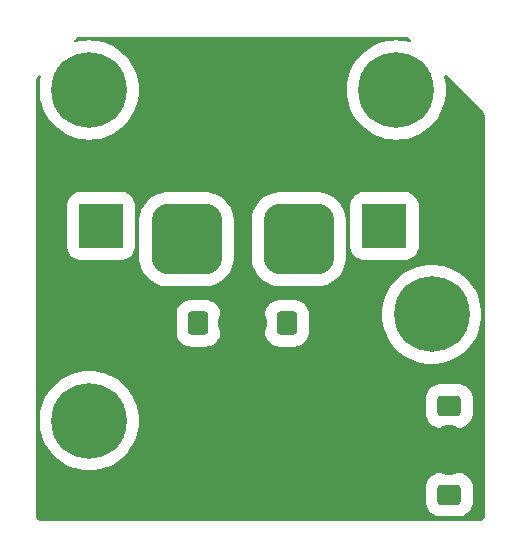
<source format=gbr>
%TF.GenerationSoftware,KiCad,Pcbnew,8.0.3*%
%TF.CreationDate,2024-06-17T19:23:31+08:00*%
%TF.ProjectId,power,706f7765-722e-46b6-9963-61645f706362,1.1.0*%
%TF.SameCoordinates,Original*%
%TF.FileFunction,Copper,L2,Bot*%
%TF.FilePolarity,Positive*%
%FSLAX46Y46*%
G04 Gerber Fmt 4.6, Leading zero omitted, Abs format (unit mm)*
G04 Created by KiCad (PCBNEW 8.0.3) date 2024-06-17 19:23:31*
%MOMM*%
%LPD*%
G01*
G04 APERTURE LIST*
G04 Aperture macros list*
%AMRoundRect*
0 Rectangle with rounded corners*
0 $1 Rounding radius*
0 $2 $3 $4 $5 $6 $7 $8 $9 X,Y pos of 4 corners*
0 Add a 4 corners polygon primitive as box body*
4,1,4,$2,$3,$4,$5,$6,$7,$8,$9,$2,$3,0*
0 Add four circle primitives for the rounded corners*
1,1,$1+$1,$2,$3*
1,1,$1+$1,$4,$5*
1,1,$1+$1,$6,$7*
1,1,$1+$1,$8,$9*
0 Add four rect primitives between the rounded corners*
20,1,$1+$1,$2,$3,$4,$5,0*
20,1,$1+$1,$4,$5,$6,$7,0*
20,1,$1+$1,$6,$7,$8,$9,0*
20,1,$1+$1,$8,$9,$2,$3,0*%
G04 Aperture macros list end*
%TA.AperFunction,ComponentPad*%
%ADD10C,0.800000*%
%TD*%
%TA.AperFunction,ComponentPad*%
%ADD11C,6.400000*%
%TD*%
%TA.AperFunction,ComponentPad*%
%ADD12RoundRect,1.500000X1.500000X-1.500000X1.500000X1.500000X-1.500000X1.500000X-1.500000X-1.500000X0*%
%TD*%
%TA.AperFunction,ComponentPad*%
%ADD13C,6.000000*%
%TD*%
%TA.AperFunction,ComponentPad*%
%ADD14RoundRect,0.250000X-0.725000X0.600000X-0.725000X-0.600000X0.725000X-0.600000X0.725000X0.600000X0*%
%TD*%
%TA.AperFunction,ComponentPad*%
%ADD15O,1.950000X1.700000*%
%TD*%
%TA.AperFunction,ComponentPad*%
%ADD16RoundRect,0.250000X1.650000X-1.650000X1.650000X1.650000X-1.650000X1.650000X-1.650000X-1.650000X0*%
%TD*%
%TA.AperFunction,ComponentPad*%
%ADD17C,4.000000*%
%TD*%
%TA.AperFunction,ComponentPad*%
%ADD18RoundRect,0.250000X0.600000X0.725000X-0.600000X0.725000X-0.600000X-0.725000X0.600000X-0.725000X0*%
%TD*%
%TA.AperFunction,ComponentPad*%
%ADD19O,1.700000X1.950000*%
%TD*%
G04 APERTURE END LIST*
D10*
%TO.P,H1,1*%
%TO.N,N/C*%
X86400000Y-139000000D03*
X85697056Y-140697056D03*
X85697056Y-137302944D03*
X84000000Y-141400000D03*
D11*
X84000000Y-139000000D03*
D10*
X84000000Y-136600000D03*
X82302944Y-140697056D03*
X82302944Y-137302944D03*
X81600000Y-139000000D03*
%TD*%
%TO.P,H3,1*%
%TO.N,N/C*%
X81600000Y-167000000D03*
X82302944Y-165302944D03*
X82302944Y-168697056D03*
X84000000Y-164600000D03*
D11*
X84000000Y-167000000D03*
D10*
X84000000Y-169400000D03*
X85697056Y-165302944D03*
X85697056Y-168697056D03*
X86400000Y-167000000D03*
%TD*%
D12*
%TO.P,J2,1,Pin_1*%
%TO.N,GND*%
X101745495Y-151633839D03*
D13*
%TO.P,J2,2,Pin_2*%
%TO.N,+12V*%
X101745495Y-144433839D03*
%TD*%
D10*
%TO.P,H4,1*%
%TO.N,N/C*%
X110600000Y-158000000D03*
X111302944Y-156302944D03*
X111302944Y-159697056D03*
X113000000Y-155600000D03*
D11*
X113000000Y-158000000D03*
D10*
X113000000Y-160400000D03*
X114697056Y-156302944D03*
X114697056Y-159697056D03*
X115400000Y-158000000D03*
%TD*%
%TO.P,H2,1*%
%TO.N,N/C*%
X107600000Y-139000000D03*
X108302944Y-137302944D03*
X108302944Y-140697056D03*
X110000000Y-136600000D03*
D11*
X110000000Y-139000000D03*
D10*
X110000000Y-141400000D03*
X111697056Y-137302944D03*
X111697056Y-140697056D03*
X112400000Y-139000000D03*
%TD*%
D12*
%TO.P,J1,1,Pin_1*%
%TO.N,GND*%
X92245495Y-151633839D03*
D13*
%TO.P,J1,2,Pin_2*%
%TO.N,+12V*%
X92245495Y-144433839D03*
%TD*%
D14*
%TO.P,J5,1,Pin_1*%
%TO.N,GND*%
X114500000Y-165750000D03*
D15*
%TO.P,J5,2,Pin_2*%
%TO.N,+12V*%
X114500000Y-168250000D03*
%TO.P,J5,3,Pin_3*%
X114500000Y-170750000D03*
D14*
%TO.P,J5,4,Pin_4*%
%TO.N,GND*%
X114500000Y-173250000D03*
%TD*%
D16*
%TO.P,J3,1,Pin_1*%
%TO.N,GND*%
X85000000Y-150508839D03*
D17*
%TO.P,J3,2,Pin_2*%
%TO.N,+12V*%
X85000000Y-145508839D03*
%TD*%
D18*
%TO.P,J6,1,Pin_1*%
%TO.N,GND*%
X100750000Y-158750000D03*
D19*
%TO.P,J6,2,Pin_2*%
%TO.N,+12V*%
X98250000Y-158750000D03*
%TO.P,J6,3,Pin_3*%
X95750000Y-158750000D03*
D18*
%TO.P,J6,4,Pin_4*%
%TO.N,GND*%
X93250000Y-158750000D03*
%TD*%
D16*
%TO.P,J4,1,Pin_1*%
%TO.N,GND*%
X109000000Y-150508839D03*
D17*
%TO.P,J4,2,Pin_2*%
%TO.N,+12V*%
X109000000Y-145508839D03*
%TD*%
%TA.AperFunction,Conductor*%
%TO.N,+12V*%
G36*
X110792860Y-134501097D02*
G01*
X110806623Y-134502452D01*
X110872097Y-134508901D01*
X110895927Y-134513640D01*
X110966268Y-134534978D01*
X110988716Y-134544277D01*
X111053535Y-134578923D01*
X111073745Y-134592427D01*
X111135270Y-134642918D01*
X111144287Y-134651091D01*
X111234732Y-134741536D01*
X111268217Y-134802859D01*
X111263233Y-134872551D01*
X111221361Y-134928484D01*
X111155897Y-134952901D01*
X111116921Y-134949501D01*
X110820471Y-134875244D01*
X110820466Y-134875243D01*
X110820465Y-134875243D01*
X110719577Y-134860277D01*
X110412227Y-134814686D01*
X110412223Y-134814685D01*
X110412218Y-134814685D01*
X110000000Y-134794434D01*
X109587782Y-134814685D01*
X109587776Y-134814685D01*
X109587772Y-134814686D01*
X109179528Y-134875244D01*
X108894281Y-134946695D01*
X108779189Y-134975524D01*
X108779186Y-134975524D01*
X108779178Y-134975527D01*
X108390620Y-135114555D01*
X108390604Y-135114562D01*
X108017506Y-135291024D01*
X107663515Y-135503198D01*
X107332011Y-135749058D01*
X107026215Y-136026215D01*
X106749058Y-136332011D01*
X106503198Y-136663515D01*
X106291024Y-137017506D01*
X106114562Y-137390604D01*
X106114555Y-137390620D01*
X105975527Y-137779178D01*
X105975524Y-137779186D01*
X105975524Y-137779189D01*
X105954098Y-137864728D01*
X105875244Y-138179528D01*
X105869346Y-138219292D01*
X105814685Y-138587782D01*
X105794434Y-139000000D01*
X105814685Y-139412218D01*
X105814685Y-139412223D01*
X105814686Y-139412227D01*
X105875244Y-139820471D01*
X105975527Y-140220821D01*
X106114555Y-140609379D01*
X106114562Y-140609395D01*
X106114564Y-140609400D01*
X106291022Y-140982490D01*
X106291024Y-140982493D01*
X106503198Y-141336484D01*
X106749058Y-141667988D01*
X107026215Y-141973784D01*
X107332011Y-142250941D01*
X107332017Y-142250946D01*
X107663513Y-142496800D01*
X108017510Y-142708978D01*
X108390600Y-142885436D01*
X108390609Y-142885439D01*
X108390620Y-142885444D01*
X108751738Y-143014654D01*
X108779189Y-143024476D01*
X109179535Y-143124757D01*
X109587782Y-143185315D01*
X110000000Y-143205566D01*
X110412218Y-143185315D01*
X110820465Y-143124757D01*
X111220811Y-143024476D01*
X111401380Y-142959866D01*
X111609379Y-142885444D01*
X111609385Y-142885441D01*
X111609400Y-142885436D01*
X111982490Y-142708978D01*
X112336487Y-142496800D01*
X112667983Y-142250946D01*
X112973784Y-141973784D01*
X113250946Y-141667983D01*
X113496800Y-141336487D01*
X113708978Y-140982490D01*
X113885436Y-140609400D01*
X113907362Y-140548123D01*
X114024472Y-140220821D01*
X114024476Y-140220811D01*
X114124757Y-139820465D01*
X114185315Y-139412218D01*
X114205566Y-139000000D01*
X114185315Y-138587782D01*
X114124757Y-138179535D01*
X114050498Y-137883075D01*
X114053303Y-137813264D01*
X114093407Y-137756050D01*
X114158077Y-137729601D01*
X114226781Y-137742313D01*
X114258463Y-137765267D01*
X117348888Y-140855692D01*
X117357052Y-140864698D01*
X117407574Y-140926259D01*
X117421070Y-140946458D01*
X117440330Y-140982490D01*
X117455718Y-141011281D01*
X117465018Y-141033736D01*
X117486353Y-141104066D01*
X117491096Y-141127907D01*
X117498903Y-141207165D01*
X117499500Y-141219320D01*
X117499500Y-174993038D01*
X117498720Y-175006923D01*
X117488540Y-175097264D01*
X117482362Y-175124333D01*
X117454648Y-175203537D01*
X117442600Y-175228555D01*
X117397957Y-175299604D01*
X117380644Y-175321313D01*
X117321313Y-175380644D01*
X117299604Y-175397957D01*
X117228555Y-175442600D01*
X117203537Y-175454648D01*
X117124333Y-175482362D01*
X117097264Y-175488540D01*
X117017075Y-175497576D01*
X117006921Y-175498720D01*
X116993038Y-175499500D01*
X80006962Y-175499500D01*
X79993078Y-175498720D01*
X79980553Y-175497308D01*
X79902735Y-175488540D01*
X79875666Y-175482362D01*
X79796462Y-175454648D01*
X79771444Y-175442600D01*
X79700395Y-175397957D01*
X79678686Y-175380644D01*
X79619355Y-175321313D01*
X79602042Y-175299604D01*
X79557399Y-175228555D01*
X79545351Y-175203537D01*
X79517637Y-175124333D01*
X79511459Y-175097263D01*
X79510651Y-175090096D01*
X79501280Y-175006922D01*
X79500500Y-174993038D01*
X79500500Y-172585777D01*
X112524500Y-172585777D01*
X112524500Y-173914208D01*
X112524501Y-173914223D01*
X112534904Y-174046413D01*
X112534905Y-174046420D01*
X112589902Y-174264678D01*
X112589903Y-174264681D01*
X112682991Y-174469622D01*
X112682997Y-174469632D01*
X112811174Y-174654645D01*
X112811178Y-174654650D01*
X112811181Y-174654654D01*
X112970346Y-174813819D01*
X112970350Y-174813822D01*
X112970354Y-174813825D01*
X113109603Y-174910297D01*
X113155374Y-174942007D01*
X113360317Y-175035096D01*
X113360321Y-175035097D01*
X113578579Y-175090094D01*
X113578581Y-175090094D01*
X113578588Y-175090096D01*
X113710783Y-175100500D01*
X115289216Y-175100499D01*
X115421412Y-175090096D01*
X115639683Y-175035096D01*
X115844626Y-174942007D01*
X116029654Y-174813819D01*
X116188819Y-174654654D01*
X116317007Y-174469626D01*
X116410096Y-174264683D01*
X116465096Y-174046412D01*
X116475500Y-173914217D01*
X116475499Y-172585784D01*
X116465096Y-172453588D01*
X116410096Y-172235317D01*
X116317007Y-172030374D01*
X116188819Y-171845346D01*
X116029654Y-171686181D01*
X116029650Y-171686178D01*
X116029645Y-171686174D01*
X115844632Y-171557997D01*
X115844630Y-171557995D01*
X115844626Y-171557993D01*
X115639683Y-171464904D01*
X115639681Y-171464903D01*
X115639678Y-171464902D01*
X115421420Y-171409905D01*
X115421413Y-171409904D01*
X115377347Y-171406436D01*
X115289217Y-171399500D01*
X115289215Y-171399500D01*
X113710791Y-171399500D01*
X113710776Y-171399501D01*
X113578586Y-171409904D01*
X113578579Y-171409905D01*
X113360321Y-171464902D01*
X113360318Y-171464903D01*
X113155377Y-171557991D01*
X113155367Y-171557997D01*
X112970354Y-171686174D01*
X112970342Y-171686184D01*
X112811184Y-171845342D01*
X112811174Y-171845354D01*
X112682997Y-172030367D01*
X112682991Y-172030377D01*
X112589903Y-172235318D01*
X112589902Y-172235321D01*
X112534905Y-172453579D01*
X112534904Y-172453586D01*
X112524500Y-172585777D01*
X79500500Y-172585777D01*
X79500500Y-167000000D01*
X79794434Y-167000000D01*
X79814685Y-167412218D01*
X79814685Y-167412223D01*
X79814686Y-167412227D01*
X79875244Y-167820471D01*
X79975527Y-168220821D01*
X80114555Y-168609379D01*
X80114562Y-168609395D01*
X80114564Y-168609400D01*
X80291022Y-168982490D01*
X80291024Y-168982493D01*
X80503198Y-169336484D01*
X80749058Y-169667988D01*
X81026215Y-169973784D01*
X81332011Y-170250941D01*
X81332017Y-170250946D01*
X81663513Y-170496800D01*
X82017510Y-170708978D01*
X82390600Y-170885436D01*
X82390609Y-170885439D01*
X82390620Y-170885444D01*
X82751738Y-171014654D01*
X82779189Y-171024476D01*
X83179535Y-171124757D01*
X83587782Y-171185315D01*
X84000000Y-171205566D01*
X84412218Y-171185315D01*
X84820465Y-171124757D01*
X85220811Y-171024476D01*
X85401380Y-170959866D01*
X85609379Y-170885444D01*
X85609385Y-170885441D01*
X85609400Y-170885436D01*
X85982490Y-170708978D01*
X86336487Y-170496800D01*
X86667983Y-170250946D01*
X86973784Y-169973784D01*
X87250946Y-169667983D01*
X87496800Y-169336487D01*
X87708978Y-168982490D01*
X87885436Y-168609400D01*
X88024476Y-168220811D01*
X88124757Y-167820465D01*
X88185315Y-167412218D01*
X88205566Y-167000000D01*
X88185315Y-166587782D01*
X88124757Y-166179535D01*
X88024476Y-165779189D01*
X88014654Y-165751738D01*
X87885444Y-165390620D01*
X87885437Y-165390604D01*
X87885436Y-165390600D01*
X87741266Y-165085777D01*
X112524500Y-165085777D01*
X112524500Y-166414208D01*
X112524501Y-166414223D01*
X112534904Y-166546413D01*
X112534905Y-166546420D01*
X112589902Y-166764678D01*
X112589903Y-166764681D01*
X112682991Y-166969622D01*
X112682997Y-166969632D01*
X112811174Y-167154645D01*
X112811178Y-167154650D01*
X112811181Y-167154654D01*
X112970346Y-167313819D01*
X112970350Y-167313822D01*
X112970354Y-167313825D01*
X113109603Y-167410297D01*
X113155374Y-167442007D01*
X113360317Y-167535096D01*
X113360321Y-167535097D01*
X113578579Y-167590094D01*
X113578581Y-167590094D01*
X113578588Y-167590096D01*
X113710783Y-167600500D01*
X115289216Y-167600499D01*
X115421412Y-167590096D01*
X115639683Y-167535096D01*
X115844626Y-167442007D01*
X116029654Y-167313819D01*
X116188819Y-167154654D01*
X116317007Y-166969626D01*
X116410096Y-166764683D01*
X116465096Y-166546412D01*
X116475500Y-166414217D01*
X116475499Y-165085784D01*
X116465096Y-164953588D01*
X116410096Y-164735317D01*
X116317007Y-164530374D01*
X116188819Y-164345346D01*
X116029654Y-164186181D01*
X116029650Y-164186178D01*
X116029645Y-164186174D01*
X115844632Y-164057997D01*
X115844630Y-164057995D01*
X115844626Y-164057993D01*
X115774666Y-164026216D01*
X115639681Y-163964903D01*
X115639678Y-163964902D01*
X115421420Y-163909905D01*
X115421413Y-163909904D01*
X115377347Y-163906436D01*
X115289217Y-163899500D01*
X115289215Y-163899500D01*
X113710791Y-163899500D01*
X113710776Y-163899501D01*
X113578586Y-163909904D01*
X113578579Y-163909905D01*
X113360321Y-163964902D01*
X113360318Y-163964903D01*
X113155377Y-164057991D01*
X113155367Y-164057997D01*
X112970354Y-164186174D01*
X112970342Y-164186184D01*
X112811184Y-164345342D01*
X112811174Y-164345354D01*
X112682997Y-164530367D01*
X112682991Y-164530377D01*
X112589903Y-164735318D01*
X112589902Y-164735321D01*
X112534905Y-164953579D01*
X112534904Y-164953586D01*
X112524500Y-165085777D01*
X87741266Y-165085777D01*
X87708978Y-165017510D01*
X87496800Y-164663513D01*
X87250946Y-164332017D01*
X87118771Y-164186184D01*
X86973784Y-164026215D01*
X86667988Y-163749058D01*
X86336484Y-163503198D01*
X85982493Y-163291024D01*
X85982494Y-163291024D01*
X85982490Y-163291022D01*
X85609400Y-163114564D01*
X85609396Y-163114562D01*
X85609395Y-163114562D01*
X85609379Y-163114555D01*
X85220821Y-162975527D01*
X85220815Y-162975525D01*
X85220811Y-162975524D01*
X85022205Y-162925776D01*
X84820471Y-162875244D01*
X84820466Y-162875243D01*
X84820465Y-162875243D01*
X84719577Y-162860277D01*
X84412227Y-162814686D01*
X84412223Y-162814685D01*
X84412218Y-162814685D01*
X84000000Y-162794434D01*
X83587782Y-162814685D01*
X83587776Y-162814685D01*
X83587772Y-162814686D01*
X83179528Y-162875244D01*
X82877316Y-162950944D01*
X82779189Y-162975524D01*
X82779186Y-162975524D01*
X82779178Y-162975527D01*
X82390620Y-163114555D01*
X82390604Y-163114562D01*
X82017506Y-163291024D01*
X81663515Y-163503198D01*
X81332011Y-163749058D01*
X81026215Y-164026215D01*
X80749058Y-164332011D01*
X80503198Y-164663515D01*
X80291024Y-165017506D01*
X80114562Y-165390604D01*
X80114555Y-165390620D01*
X79975527Y-165779178D01*
X79875244Y-166179528D01*
X79820821Y-166546420D01*
X79814685Y-166587782D01*
X79794434Y-167000000D01*
X79500500Y-167000000D01*
X79500500Y-157960777D01*
X91399500Y-157960777D01*
X91399500Y-159539208D01*
X91399501Y-159539223D01*
X91409904Y-159671413D01*
X91409905Y-159671420D01*
X91464902Y-159889678D01*
X91464903Y-159889681D01*
X91557991Y-160094622D01*
X91557997Y-160094632D01*
X91686174Y-160279645D01*
X91686178Y-160279650D01*
X91686181Y-160279654D01*
X91845346Y-160438819D01*
X91845350Y-160438822D01*
X91845354Y-160438825D01*
X91984603Y-160535297D01*
X92030374Y-160567007D01*
X92235317Y-160660096D01*
X92235321Y-160660097D01*
X92453579Y-160715094D01*
X92453581Y-160715094D01*
X92453588Y-160715096D01*
X92585783Y-160725500D01*
X93914216Y-160725499D01*
X94046412Y-160715096D01*
X94264683Y-160660096D01*
X94469626Y-160567007D01*
X94654654Y-160438819D01*
X94813819Y-160279654D01*
X94942007Y-160094626D01*
X95035096Y-159889683D01*
X95090096Y-159671412D01*
X95100500Y-159539217D01*
X95100499Y-157960784D01*
X95100498Y-157960777D01*
X98899500Y-157960777D01*
X98899500Y-159539208D01*
X98899501Y-159539223D01*
X98909904Y-159671413D01*
X98909905Y-159671420D01*
X98964902Y-159889678D01*
X98964903Y-159889681D01*
X99057991Y-160094622D01*
X99057997Y-160094632D01*
X99186174Y-160279645D01*
X99186178Y-160279650D01*
X99186181Y-160279654D01*
X99345346Y-160438819D01*
X99345350Y-160438822D01*
X99345354Y-160438825D01*
X99484603Y-160535297D01*
X99530374Y-160567007D01*
X99735317Y-160660096D01*
X99735321Y-160660097D01*
X99953579Y-160715094D01*
X99953581Y-160715094D01*
X99953588Y-160715096D01*
X100085783Y-160725500D01*
X101414216Y-160725499D01*
X101546412Y-160715096D01*
X101764683Y-160660096D01*
X101969626Y-160567007D01*
X102154654Y-160438819D01*
X102313819Y-160279654D01*
X102442007Y-160094626D01*
X102535096Y-159889683D01*
X102590096Y-159671412D01*
X102600500Y-159539217D01*
X102600499Y-158000000D01*
X108794434Y-158000000D01*
X108814685Y-158412218D01*
X108814685Y-158412223D01*
X108814686Y-158412227D01*
X108875244Y-158820471D01*
X108975527Y-159220821D01*
X109114555Y-159609379D01*
X109114562Y-159609395D01*
X109114564Y-159609400D01*
X109291022Y-159982490D01*
X109397111Y-160159488D01*
X109469135Y-160279654D01*
X109503200Y-160336487D01*
X109743205Y-160660097D01*
X109749058Y-160667988D01*
X110026215Y-160973784D01*
X110332011Y-161250941D01*
X110332017Y-161250946D01*
X110663513Y-161496800D01*
X111017510Y-161708978D01*
X111390600Y-161885436D01*
X111390609Y-161885439D01*
X111390620Y-161885444D01*
X111751738Y-162014654D01*
X111779189Y-162024476D01*
X112179535Y-162124757D01*
X112587782Y-162185315D01*
X113000000Y-162205566D01*
X113412218Y-162185315D01*
X113820465Y-162124757D01*
X114220811Y-162024476D01*
X114401380Y-161959866D01*
X114609379Y-161885444D01*
X114609385Y-161885441D01*
X114609400Y-161885436D01*
X114982490Y-161708978D01*
X115336487Y-161496800D01*
X115667983Y-161250946D01*
X115973784Y-160973784D01*
X116250946Y-160667983D01*
X116496800Y-160336487D01*
X116708978Y-159982490D01*
X116885436Y-159609400D01*
X116910547Y-159539222D01*
X117024472Y-159220821D01*
X117024476Y-159220811D01*
X117124757Y-158820465D01*
X117185315Y-158412218D01*
X117205566Y-158000000D01*
X117185315Y-157587782D01*
X117124757Y-157179535D01*
X117024476Y-156779189D01*
X117014654Y-156751738D01*
X116885444Y-156390620D01*
X116885437Y-156390604D01*
X116885436Y-156390600D01*
X116708978Y-156017510D01*
X116496800Y-155663513D01*
X116250946Y-155332017D01*
X116136770Y-155206043D01*
X115973784Y-155026215D01*
X115667988Y-154749058D01*
X115336484Y-154503198D01*
X114982493Y-154291024D01*
X114982494Y-154291024D01*
X114982490Y-154291022D01*
X114609400Y-154114564D01*
X114609396Y-154114562D01*
X114609395Y-154114562D01*
X114609379Y-154114555D01*
X114220821Y-153975527D01*
X114220815Y-153975525D01*
X114220811Y-153975524D01*
X114022205Y-153925776D01*
X113820471Y-153875244D01*
X113820466Y-153875243D01*
X113820465Y-153875243D01*
X113719577Y-153860277D01*
X113412227Y-153814686D01*
X113412223Y-153814685D01*
X113412218Y-153814685D01*
X113000000Y-153794434D01*
X112587782Y-153814685D01*
X112587776Y-153814685D01*
X112587772Y-153814686D01*
X112179528Y-153875244D01*
X111877316Y-153950944D01*
X111779189Y-153975524D01*
X111779186Y-153975524D01*
X111779178Y-153975527D01*
X111390620Y-154114555D01*
X111390604Y-154114562D01*
X111390600Y-154114564D01*
X111059239Y-154271286D01*
X111017506Y-154291024D01*
X110663515Y-154503198D01*
X110332011Y-154749058D01*
X110026215Y-155026215D01*
X109749058Y-155332011D01*
X109503198Y-155663515D01*
X109291024Y-156017506D01*
X109114562Y-156390604D01*
X109114555Y-156390620D01*
X108975527Y-156779178D01*
X108975524Y-156779186D01*
X108975524Y-156779189D01*
X108974092Y-156784905D01*
X108875244Y-157179528D01*
X108875243Y-157179535D01*
X108814685Y-157587782D01*
X108794434Y-158000000D01*
X102600499Y-158000000D01*
X102600499Y-157960784D01*
X102590096Y-157828588D01*
X102535096Y-157610317D01*
X102442007Y-157405374D01*
X102313819Y-157220346D01*
X102154654Y-157061181D01*
X102154650Y-157061178D01*
X102154645Y-157061174D01*
X101969632Y-156932997D01*
X101969630Y-156932995D01*
X101969626Y-156932993D01*
X101764683Y-156839904D01*
X101764681Y-156839903D01*
X101764678Y-156839902D01*
X101546420Y-156784905D01*
X101546413Y-156784904D01*
X101473656Y-156779178D01*
X101414217Y-156774500D01*
X101414215Y-156774500D01*
X100085791Y-156774500D01*
X100085776Y-156774501D01*
X99953586Y-156784904D01*
X99953579Y-156784905D01*
X99735321Y-156839902D01*
X99735318Y-156839903D01*
X99530377Y-156932991D01*
X99530367Y-156932997D01*
X99345354Y-157061174D01*
X99345342Y-157061184D01*
X99186184Y-157220342D01*
X99186174Y-157220354D01*
X99057997Y-157405367D01*
X99057991Y-157405377D01*
X98964903Y-157610318D01*
X98964902Y-157610321D01*
X98909905Y-157828579D01*
X98909904Y-157828586D01*
X98899500Y-157960777D01*
X95100498Y-157960777D01*
X95090096Y-157828588D01*
X95035096Y-157610317D01*
X94942007Y-157405374D01*
X94813819Y-157220346D01*
X94654654Y-157061181D01*
X94654650Y-157061178D01*
X94654645Y-157061174D01*
X94469632Y-156932997D01*
X94469630Y-156932995D01*
X94469626Y-156932993D01*
X94264683Y-156839904D01*
X94264681Y-156839903D01*
X94264678Y-156839902D01*
X94046420Y-156784905D01*
X94046413Y-156784904D01*
X93973656Y-156779178D01*
X93914217Y-156774500D01*
X93914215Y-156774500D01*
X92585791Y-156774500D01*
X92585776Y-156774501D01*
X92453586Y-156784904D01*
X92453579Y-156784905D01*
X92235321Y-156839902D01*
X92235318Y-156839903D01*
X92030377Y-156932991D01*
X92030367Y-156932997D01*
X91845354Y-157061174D01*
X91845342Y-157061184D01*
X91686184Y-157220342D01*
X91686174Y-157220354D01*
X91557997Y-157405367D01*
X91557991Y-157405377D01*
X91464903Y-157610318D01*
X91464902Y-157610321D01*
X91409905Y-157828579D01*
X91409904Y-157828586D01*
X91399500Y-157960777D01*
X79500500Y-157960777D01*
X79500500Y-148794616D01*
X82099500Y-148794616D01*
X82099500Y-152223047D01*
X82099501Y-152223062D01*
X82109904Y-152355252D01*
X82109905Y-152355259D01*
X82164902Y-152573517D01*
X82164903Y-152573520D01*
X82257991Y-152778461D01*
X82257997Y-152778471D01*
X82386174Y-152963484D01*
X82386178Y-152963489D01*
X82386181Y-152963493D01*
X82545346Y-153122658D01*
X82545350Y-153122661D01*
X82545354Y-153122664D01*
X82684603Y-153219136D01*
X82730374Y-153250846D01*
X82935317Y-153343935D01*
X82935321Y-153343936D01*
X83153579Y-153398933D01*
X83153581Y-153398933D01*
X83153588Y-153398935D01*
X83285783Y-153409339D01*
X86714216Y-153409338D01*
X86846412Y-153398935D01*
X87064683Y-153343935D01*
X87269626Y-153250846D01*
X87454654Y-153122658D01*
X87613819Y-152963493D01*
X87742007Y-152778465D01*
X87835096Y-152573522D01*
X87890096Y-152355251D01*
X87900500Y-152223056D01*
X87900499Y-150028994D01*
X88244995Y-150028994D01*
X88244995Y-153238683D01*
X88251169Y-153369619D01*
X88251169Y-153369624D01*
X88300388Y-153680382D01*
X88300390Y-153680390D01*
X88388169Y-153982523D01*
X88513127Y-154271286D01*
X88513128Y-154271287D01*
X88673291Y-154542107D01*
X88673296Y-154542113D01*
X88673297Y-154542115D01*
X88673297Y-154542116D01*
X88866132Y-154790718D01*
X89088615Y-155013201D01*
X89337217Y-155206036D01*
X89337221Y-155206038D01*
X89337227Y-155206043D01*
X89608047Y-155366206D01*
X89896806Y-155491163D01*
X89950914Y-155506882D01*
X90198943Y-155578943D01*
X90198951Y-155578945D01*
X90509712Y-155628164D01*
X90640651Y-155634339D01*
X90640655Y-155634339D01*
X93850339Y-155634339D01*
X93925159Y-155630810D01*
X93981278Y-155628164D01*
X93981280Y-155628164D01*
X94292038Y-155578945D01*
X94292046Y-155578943D01*
X94443112Y-155535053D01*
X94594184Y-155491163D01*
X94882943Y-155366206D01*
X95153763Y-155206043D01*
X95402374Y-155013201D01*
X95402375Y-155013201D01*
X95624857Y-154790719D01*
X95624857Y-154790718D01*
X95817692Y-154542116D01*
X95817699Y-154542107D01*
X95977862Y-154271287D01*
X96102819Y-153982528D01*
X96190600Y-153680385D01*
X96190601Y-153680382D01*
X96239820Y-153369624D01*
X96239820Y-153369619D01*
X96245995Y-153238683D01*
X96245995Y-150028994D01*
X97744995Y-150028994D01*
X97744995Y-153238683D01*
X97751169Y-153369619D01*
X97751169Y-153369624D01*
X97800388Y-153680382D01*
X97800390Y-153680390D01*
X97888169Y-153982523D01*
X98013127Y-154271286D01*
X98013128Y-154271287D01*
X98173291Y-154542107D01*
X98173296Y-154542113D01*
X98173297Y-154542115D01*
X98173297Y-154542116D01*
X98366132Y-154790718D01*
X98588615Y-155013201D01*
X98837217Y-155206036D01*
X98837221Y-155206038D01*
X98837227Y-155206043D01*
X99108047Y-155366206D01*
X99396806Y-155491163D01*
X99450914Y-155506882D01*
X99698943Y-155578943D01*
X99698951Y-155578945D01*
X100009712Y-155628164D01*
X100140651Y-155634339D01*
X100140655Y-155634339D01*
X103350339Y-155634339D01*
X103425159Y-155630810D01*
X103481278Y-155628164D01*
X103481280Y-155628164D01*
X103792038Y-155578945D01*
X103792046Y-155578943D01*
X103943112Y-155535053D01*
X104094184Y-155491163D01*
X104382943Y-155366206D01*
X104653763Y-155206043D01*
X104902374Y-155013201D01*
X104902375Y-155013201D01*
X105124857Y-154790719D01*
X105124857Y-154790718D01*
X105317692Y-154542116D01*
X105317699Y-154542107D01*
X105477862Y-154271287D01*
X105602819Y-153982528D01*
X105690600Y-153680385D01*
X105690601Y-153680382D01*
X105739820Y-153369624D01*
X105739820Y-153369619D01*
X105745995Y-153238683D01*
X105745995Y-150028994D01*
X105739820Y-149898058D01*
X105739820Y-149898053D01*
X105690601Y-149587295D01*
X105690599Y-149587287D01*
X105602820Y-149285154D01*
X105602819Y-149285150D01*
X105477862Y-148996391D01*
X105358532Y-148794616D01*
X106099500Y-148794616D01*
X106099500Y-152223047D01*
X106099501Y-152223062D01*
X106109904Y-152355252D01*
X106109905Y-152355259D01*
X106164902Y-152573517D01*
X106164903Y-152573520D01*
X106257991Y-152778461D01*
X106257997Y-152778471D01*
X106386174Y-152963484D01*
X106386178Y-152963489D01*
X106386181Y-152963493D01*
X106545346Y-153122658D01*
X106545350Y-153122661D01*
X106545354Y-153122664D01*
X106684603Y-153219136D01*
X106730374Y-153250846D01*
X106935317Y-153343935D01*
X106935321Y-153343936D01*
X107153579Y-153398933D01*
X107153581Y-153398933D01*
X107153588Y-153398935D01*
X107285783Y-153409339D01*
X110714216Y-153409338D01*
X110846412Y-153398935D01*
X111064683Y-153343935D01*
X111269626Y-153250846D01*
X111454654Y-153122658D01*
X111613819Y-152963493D01*
X111742007Y-152778465D01*
X111835096Y-152573522D01*
X111890096Y-152355251D01*
X111900500Y-152223056D01*
X111900499Y-148794623D01*
X111890096Y-148662427D01*
X111835096Y-148444156D01*
X111742007Y-148239213D01*
X111618985Y-148061641D01*
X111613825Y-148054193D01*
X111613822Y-148054189D01*
X111613819Y-148054185D01*
X111454654Y-147895020D01*
X111454650Y-147895017D01*
X111454645Y-147895013D01*
X111269632Y-147766836D01*
X111269630Y-147766834D01*
X111269626Y-147766832D01*
X111064683Y-147673743D01*
X111064681Y-147673742D01*
X111064678Y-147673741D01*
X110846420Y-147618744D01*
X110846413Y-147618743D01*
X110802347Y-147615275D01*
X110714217Y-147608339D01*
X110714215Y-147608339D01*
X107285791Y-147608339D01*
X107285776Y-147608340D01*
X107153586Y-147618743D01*
X107153579Y-147618744D01*
X106935321Y-147673741D01*
X106935318Y-147673742D01*
X106730377Y-147766830D01*
X106730367Y-147766836D01*
X106545354Y-147895013D01*
X106545342Y-147895023D01*
X106386184Y-148054181D01*
X106386174Y-148054193D01*
X106257997Y-148239206D01*
X106257991Y-148239216D01*
X106164903Y-148444157D01*
X106164902Y-148444160D01*
X106109905Y-148662418D01*
X106109904Y-148662425D01*
X106099500Y-148794616D01*
X105358532Y-148794616D01*
X105317699Y-148725571D01*
X105317692Y-148725561D01*
X105124857Y-148476959D01*
X104902374Y-148254476D01*
X104653772Y-148061641D01*
X104653766Y-148061637D01*
X104653763Y-148061635D01*
X104484840Y-147961733D01*
X104382942Y-147901471D01*
X104094179Y-147776513D01*
X103792046Y-147688734D01*
X103792038Y-147688732D01*
X103481277Y-147639513D01*
X103350339Y-147633339D01*
X103350335Y-147633339D01*
X100140655Y-147633339D01*
X100140651Y-147633339D01*
X100009714Y-147639513D01*
X100009709Y-147639513D01*
X99698951Y-147688732D01*
X99698943Y-147688734D01*
X99396810Y-147776513D01*
X99108047Y-147901471D01*
X98946589Y-147996958D01*
X98837227Y-148061635D01*
X98837223Y-148061637D01*
X98837218Y-148061641D01*
X98837217Y-148061641D01*
X98588615Y-148254476D01*
X98588615Y-148254477D01*
X98366133Y-148476959D01*
X98366132Y-148476959D01*
X98173297Y-148725561D01*
X98173297Y-148725562D01*
X98173293Y-148725567D01*
X98173291Y-148725571D01*
X98108614Y-148834933D01*
X98013127Y-148996391D01*
X97888169Y-149285154D01*
X97800390Y-149587287D01*
X97800388Y-149587295D01*
X97751169Y-149898053D01*
X97751169Y-149898058D01*
X97744995Y-150028994D01*
X96245995Y-150028994D01*
X96239820Y-149898058D01*
X96239820Y-149898053D01*
X96190601Y-149587295D01*
X96190599Y-149587287D01*
X96102820Y-149285154D01*
X96102819Y-149285150D01*
X95977862Y-148996391D01*
X95817699Y-148725571D01*
X95817692Y-148725561D01*
X95624857Y-148476959D01*
X95402374Y-148254476D01*
X95153772Y-148061641D01*
X95153766Y-148061637D01*
X95153763Y-148061635D01*
X94984840Y-147961733D01*
X94882942Y-147901471D01*
X94594179Y-147776513D01*
X94292046Y-147688734D01*
X94292038Y-147688732D01*
X93981277Y-147639513D01*
X93850339Y-147633339D01*
X93850335Y-147633339D01*
X90640655Y-147633339D01*
X90640651Y-147633339D01*
X90509714Y-147639513D01*
X90509709Y-147639513D01*
X90198951Y-147688732D01*
X90198943Y-147688734D01*
X89896810Y-147776513D01*
X89608047Y-147901471D01*
X89446589Y-147996958D01*
X89337227Y-148061635D01*
X89337223Y-148061637D01*
X89337218Y-148061641D01*
X89337217Y-148061641D01*
X89088615Y-148254476D01*
X89088615Y-148254477D01*
X88866133Y-148476959D01*
X88866132Y-148476959D01*
X88673297Y-148725561D01*
X88673297Y-148725562D01*
X88673293Y-148725567D01*
X88673291Y-148725571D01*
X88608614Y-148834933D01*
X88513127Y-148996391D01*
X88388169Y-149285154D01*
X88300390Y-149587287D01*
X88300388Y-149587295D01*
X88251169Y-149898053D01*
X88251169Y-149898058D01*
X88244995Y-150028994D01*
X87900499Y-150028994D01*
X87900499Y-148794623D01*
X87890096Y-148662427D01*
X87835096Y-148444156D01*
X87742007Y-148239213D01*
X87618985Y-148061641D01*
X87613825Y-148054193D01*
X87613822Y-148054189D01*
X87613819Y-148054185D01*
X87454654Y-147895020D01*
X87454650Y-147895017D01*
X87454645Y-147895013D01*
X87269632Y-147766836D01*
X87269630Y-147766834D01*
X87269626Y-147766832D01*
X87064683Y-147673743D01*
X87064681Y-147673742D01*
X87064678Y-147673741D01*
X86846420Y-147618744D01*
X86846413Y-147618743D01*
X86802347Y-147615275D01*
X86714217Y-147608339D01*
X86714215Y-147608339D01*
X83285791Y-147608339D01*
X83285776Y-147608340D01*
X83153586Y-147618743D01*
X83153579Y-147618744D01*
X82935321Y-147673741D01*
X82935318Y-147673742D01*
X82730377Y-147766830D01*
X82730367Y-147766836D01*
X82545354Y-147895013D01*
X82545342Y-147895023D01*
X82386184Y-148054181D01*
X82386174Y-148054193D01*
X82257997Y-148239206D01*
X82257991Y-148239216D01*
X82164903Y-148444157D01*
X82164902Y-148444160D01*
X82109905Y-148662418D01*
X82109904Y-148662425D01*
X82099500Y-148794616D01*
X79500500Y-148794616D01*
X79500500Y-138219292D01*
X79501097Y-138207139D01*
X79503817Y-138179525D01*
X79508901Y-138127900D01*
X79513640Y-138104074D01*
X79534979Y-138033727D01*
X79544275Y-138011286D01*
X79578929Y-137946453D01*
X79592422Y-137926259D01*
X79642928Y-137864716D01*
X79651081Y-137855721D01*
X79741538Y-137765264D01*
X79802859Y-137731781D01*
X79872551Y-137736765D01*
X79928484Y-137778637D01*
X79952901Y-137844101D01*
X79949501Y-137883076D01*
X79875244Y-138179525D01*
X79869346Y-138219292D01*
X79814685Y-138587782D01*
X79794434Y-139000000D01*
X79814685Y-139412218D01*
X79814685Y-139412223D01*
X79814686Y-139412227D01*
X79875244Y-139820471D01*
X79975527Y-140220821D01*
X80114555Y-140609379D01*
X80114562Y-140609395D01*
X80114564Y-140609400D01*
X80291022Y-140982490D01*
X80291024Y-140982493D01*
X80503198Y-141336484D01*
X80749058Y-141667988D01*
X81026215Y-141973784D01*
X81332011Y-142250941D01*
X81332017Y-142250946D01*
X81663513Y-142496800D01*
X82017510Y-142708978D01*
X82390600Y-142885436D01*
X82390609Y-142885439D01*
X82390620Y-142885444D01*
X82751738Y-143014654D01*
X82779189Y-143024476D01*
X83179535Y-143124757D01*
X83587782Y-143185315D01*
X84000000Y-143205566D01*
X84412218Y-143185315D01*
X84820465Y-143124757D01*
X85220811Y-143024476D01*
X85401380Y-142959866D01*
X85609379Y-142885444D01*
X85609385Y-142885441D01*
X85609400Y-142885436D01*
X85982490Y-142708978D01*
X86336487Y-142496800D01*
X86667983Y-142250946D01*
X86973784Y-141973784D01*
X87250946Y-141667983D01*
X87496800Y-141336487D01*
X87708978Y-140982490D01*
X87885436Y-140609400D01*
X87907362Y-140548123D01*
X88024472Y-140220821D01*
X88024476Y-140220811D01*
X88124757Y-139820465D01*
X88185315Y-139412218D01*
X88205566Y-139000000D01*
X88185315Y-138587782D01*
X88124757Y-138179535D01*
X88024476Y-137779189D01*
X88014654Y-137751738D01*
X87885444Y-137390620D01*
X87885437Y-137390604D01*
X87885436Y-137390600D01*
X87708978Y-137017510D01*
X87496800Y-136663513D01*
X87250946Y-136332017D01*
X87250941Y-136332011D01*
X86973784Y-136026215D01*
X86667988Y-135749058D01*
X86336484Y-135503198D01*
X85982493Y-135291024D01*
X85982494Y-135291024D01*
X85982490Y-135291022D01*
X85609400Y-135114564D01*
X85609396Y-135114562D01*
X85609395Y-135114562D01*
X85609379Y-135114555D01*
X85220821Y-134975527D01*
X85220815Y-134975525D01*
X85220811Y-134975524D01*
X85022205Y-134925776D01*
X84820471Y-134875244D01*
X84820466Y-134875243D01*
X84820465Y-134875243D01*
X84719577Y-134860277D01*
X84412227Y-134814686D01*
X84412223Y-134814685D01*
X84412218Y-134814685D01*
X84000000Y-134794434D01*
X83587782Y-134814685D01*
X83587776Y-134814685D01*
X83587772Y-134814686D01*
X83179526Y-134875244D01*
X82883077Y-134949501D01*
X82813264Y-134946695D01*
X82756050Y-134906591D01*
X82729601Y-134841922D01*
X82742313Y-134773218D01*
X82765264Y-134741538D01*
X82855704Y-134651099D01*
X82864699Y-134642946D01*
X82926261Y-134592423D01*
X82946450Y-134578933D01*
X83011285Y-134544278D01*
X83033736Y-134534981D01*
X83086838Y-134518872D01*
X83104067Y-134513645D01*
X83127900Y-134508904D01*
X83207171Y-134501096D01*
X83219321Y-134500500D01*
X83279092Y-134500500D01*
X110720908Y-134500500D01*
X110780707Y-134500500D01*
X110792860Y-134501097D01*
G37*
%TD.AperFunction*%
%TD*%
M02*

</source>
